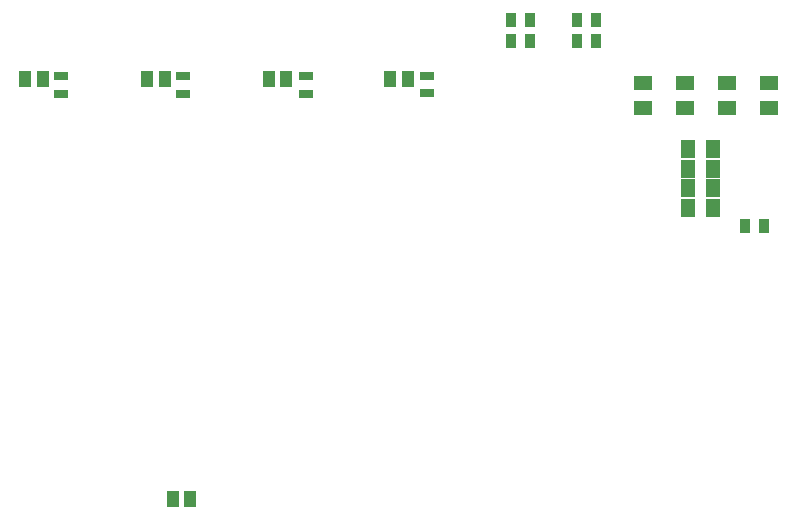
<source format=gbp>
%FSTAX23Y23*%
%MOIN*%
%SFA1B1*%

%IPPOS*%
%ADD20R,0.059000X0.049000*%
%ADD24R,0.043000X0.053000*%
%ADD73R,0.033000X0.051000*%
%ADD74R,0.047000X0.031000*%
%ADD75R,0.049000X0.059000*%
%LNtemperature_monitor_&_display-1*%
%LPD*%
G54D20*
X0247Y01597D03*
Y0168D03*
X0289D03*
Y01597D03*
X0275Y0168D03*
Y01597D03*
X0261Y0168D03*
Y01597D03*
G54D24*
X0096Y00295D03*
X00903D03*
X01626Y01695D03*
X01684D03*
X01221D03*
X01279D03*
X00467D03*
X0041D03*
X00874D03*
X00816D03*
G54D73*
X02247Y0182D03*
X02313D03*
X02247Y0189D03*
X02313D03*
X02027Y0182D03*
X02093D03*
X02027Y0189D03*
X02093D03*
X02873Y01205D03*
X02807D03*
G54D74*
X0175Y01646D03*
Y01705D03*
X01345Y01645D03*
Y01704D03*
X00935Y01645D03*
Y01705D03*
X0053Y01645D03*
Y01705D03*
G54D75*
X02619Y01265D03*
X02701D03*
X02619Y0133D03*
X02701D03*
X02619Y01395D03*
X02701D03*
X02619Y0146D03*
X02701D03*
M02*
</source>
